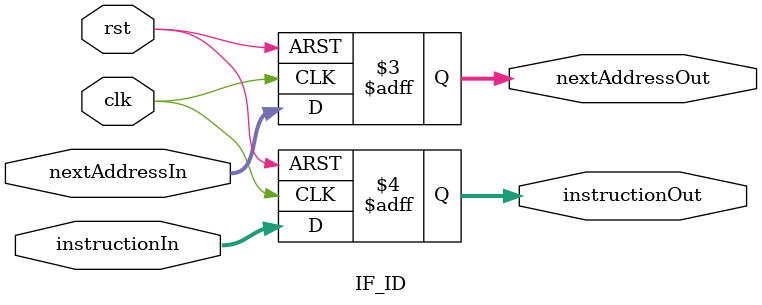
<source format=v>
`timescale 1ns / 1ps
module IF_ID(clk, rst, nextAddressIn, nextAddressOut, instructionIn, instructionOut);
	input wire clk, rst;
	input wire[31:0] nextAddressIn, instructionIn;
	output reg[31:0] nextAddressOut, instructionOut;
initial begin
		nextAddressOut = 0;
		instructionOut = 0;
end
	always @ (posedge clk or posedge rst) begin
		if(rst) begin
			nextAddressOut = 0;
			instructionOut = 0;
		end
		else begin
			nextAddressOut = nextAddressIn;
			instructionOut = instructionIn;
		end
	end
endmodule

</source>
